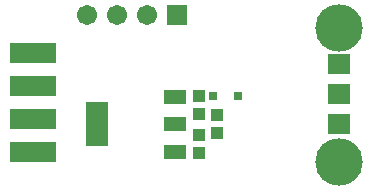
<source format=gbs>
G04 Layer_Color=16711935*
%FSAX25Y25*%
%MOIN*%
G70*
G01*
G75*
%ADD37R,0.15800X0.06900*%
%ADD44R,0.03950X0.03950*%
%ADD45R,0.07800X0.06800*%
%ADD46R,0.06706X0.06706*%
%ADD47C,0.06706*%
%ADD48C,0.15800*%
%ADD49R,0.03123X0.02572*%
%ADD50R,0.07690X0.05131*%
%ADD51R,0.07690X0.05131*%
%ADD52R,0.07690X0.14579*%
D37*
X0278500Y0390400D02*
D03*
Y0423100D02*
D03*
Y0401300D02*
D03*
Y0412200D02*
D03*
D44*
X0340000Y0402453D02*
D03*
Y0396547D02*
D03*
X0334000Y0395953D02*
D03*
Y0390047D02*
D03*
Y0403047D02*
D03*
Y0408953D02*
D03*
D45*
X0380500Y0419500D02*
D03*
Y0409500D02*
D03*
Y0399500D02*
D03*
D46*
X0326500Y0436000D02*
D03*
D47*
X0316500D02*
D03*
X0306500D02*
D03*
X0296500D02*
D03*
D48*
X0380500Y0387000D02*
D03*
Y0431500D02*
D03*
D49*
X0338693Y0409000D02*
D03*
X0347000D02*
D03*
D50*
X0325897Y0408518D02*
D03*
D51*
Y0399463D02*
D03*
Y0390408D02*
D03*
D52*
X0299913Y0399463D02*
D03*
M02*

</source>
